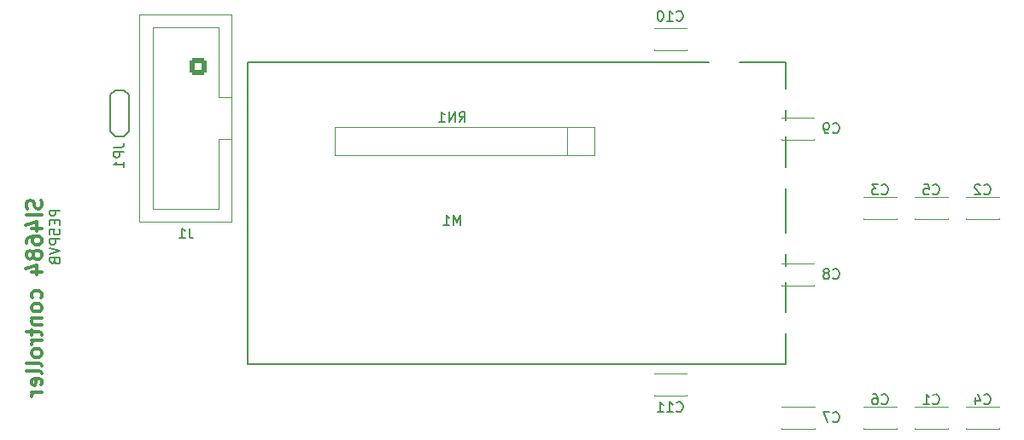
<source format=gbr>
%TF.GenerationSoftware,KiCad,Pcbnew,7.0.9*%
%TF.CreationDate,2024-03-08T21:06:40+01:00*%
%TF.ProjectId,SI4684 controller,53493436-3834-4206-936f-6e74726f6c6c,rev?*%
%TF.SameCoordinates,Original*%
%TF.FileFunction,Legend,Bot*%
%TF.FilePolarity,Positive*%
%FSLAX46Y46*%
G04 Gerber Fmt 4.6, Leading zero omitted, Abs format (unit mm)*
G04 Created by KiCad (PCBNEW 7.0.9) date 2024-03-08 21:06:40*
%MOMM*%
%LPD*%
G01*
G04 APERTURE LIST*
G04 Aperture macros list*
%AMRoundRect*
0 Rectangle with rounded corners*
0 $1 Rounding radius*
0 $2 $3 $4 $5 $6 $7 $8 $9 X,Y pos of 4 corners*
0 Add a 4 corners polygon primitive as box body*
4,1,4,$2,$3,$4,$5,$6,$7,$8,$9,$2,$3,0*
0 Add four circle primitives for the rounded corners*
1,1,$1+$1,$2,$3*
1,1,$1+$1,$4,$5*
1,1,$1+$1,$6,$7*
1,1,$1+$1,$8,$9*
0 Add four rect primitives between the rounded corners*
20,1,$1+$1,$2,$3,$4,$5,0*
20,1,$1+$1,$4,$5,$6,$7,0*
20,1,$1+$1,$6,$7,$8,$9,0*
20,1,$1+$1,$8,$9,$2,$3,0*%
G04 Aperture macros list end*
%ADD10C,0.300000*%
%ADD11C,0.150000*%
%ADD12C,0.120000*%
%ADD13C,4.000000*%
%ADD14R,1.500000X1.500000*%
%ADD15C,1.500000*%
%ADD16R,2.000000X2.000000*%
%ADD17C,2.000000*%
%ADD18R,2.000000X3.200000*%
%ADD19RoundRect,0.250000X0.600000X0.600000X-0.600000X0.600000X-0.600000X-0.600000X0.600000X-0.600000X0*%
%ADD20C,1.700000*%
%ADD21C,1.400000*%
%ADD22O,1.524000X2.540000*%
%ADD23C,1.600000*%
%ADD24R,1.600000X1.600000*%
%ADD25O,1.600000X1.600000*%
G04 APERTURE END LIST*
D10*
X109356900Y-105401854D02*
X109428328Y-105616140D01*
X109428328Y-105616140D02*
X109428328Y-105973282D01*
X109428328Y-105973282D02*
X109356900Y-106116140D01*
X109356900Y-106116140D02*
X109285471Y-106187568D01*
X109285471Y-106187568D02*
X109142614Y-106258997D01*
X109142614Y-106258997D02*
X108999757Y-106258997D01*
X108999757Y-106258997D02*
X108856900Y-106187568D01*
X108856900Y-106187568D02*
X108785471Y-106116140D01*
X108785471Y-106116140D02*
X108714042Y-105973282D01*
X108714042Y-105973282D02*
X108642614Y-105687568D01*
X108642614Y-105687568D02*
X108571185Y-105544711D01*
X108571185Y-105544711D02*
X108499757Y-105473282D01*
X108499757Y-105473282D02*
X108356900Y-105401854D01*
X108356900Y-105401854D02*
X108214042Y-105401854D01*
X108214042Y-105401854D02*
X108071185Y-105473282D01*
X108071185Y-105473282D02*
X107999757Y-105544711D01*
X107999757Y-105544711D02*
X107928328Y-105687568D01*
X107928328Y-105687568D02*
X107928328Y-106044711D01*
X107928328Y-106044711D02*
X107999757Y-106258997D01*
X109428328Y-106901853D02*
X107928328Y-106901853D01*
X108428328Y-108258997D02*
X109428328Y-108258997D01*
X107856900Y-107901854D02*
X108928328Y-107544711D01*
X108928328Y-107544711D02*
X108928328Y-108473282D01*
X107928328Y-109687568D02*
X107928328Y-109401853D01*
X107928328Y-109401853D02*
X107999757Y-109258996D01*
X107999757Y-109258996D02*
X108071185Y-109187568D01*
X108071185Y-109187568D02*
X108285471Y-109044710D01*
X108285471Y-109044710D02*
X108571185Y-108973282D01*
X108571185Y-108973282D02*
X109142614Y-108973282D01*
X109142614Y-108973282D02*
X109285471Y-109044710D01*
X109285471Y-109044710D02*
X109356900Y-109116139D01*
X109356900Y-109116139D02*
X109428328Y-109258996D01*
X109428328Y-109258996D02*
X109428328Y-109544710D01*
X109428328Y-109544710D02*
X109356900Y-109687568D01*
X109356900Y-109687568D02*
X109285471Y-109758996D01*
X109285471Y-109758996D02*
X109142614Y-109830425D01*
X109142614Y-109830425D02*
X108785471Y-109830425D01*
X108785471Y-109830425D02*
X108642614Y-109758996D01*
X108642614Y-109758996D02*
X108571185Y-109687568D01*
X108571185Y-109687568D02*
X108499757Y-109544710D01*
X108499757Y-109544710D02*
X108499757Y-109258996D01*
X108499757Y-109258996D02*
X108571185Y-109116139D01*
X108571185Y-109116139D02*
X108642614Y-109044710D01*
X108642614Y-109044710D02*
X108785471Y-108973282D01*
X108571185Y-110687567D02*
X108499757Y-110544710D01*
X108499757Y-110544710D02*
X108428328Y-110473281D01*
X108428328Y-110473281D02*
X108285471Y-110401853D01*
X108285471Y-110401853D02*
X108214042Y-110401853D01*
X108214042Y-110401853D02*
X108071185Y-110473281D01*
X108071185Y-110473281D02*
X107999757Y-110544710D01*
X107999757Y-110544710D02*
X107928328Y-110687567D01*
X107928328Y-110687567D02*
X107928328Y-110973281D01*
X107928328Y-110973281D02*
X107999757Y-111116139D01*
X107999757Y-111116139D02*
X108071185Y-111187567D01*
X108071185Y-111187567D02*
X108214042Y-111258996D01*
X108214042Y-111258996D02*
X108285471Y-111258996D01*
X108285471Y-111258996D02*
X108428328Y-111187567D01*
X108428328Y-111187567D02*
X108499757Y-111116139D01*
X108499757Y-111116139D02*
X108571185Y-110973281D01*
X108571185Y-110973281D02*
X108571185Y-110687567D01*
X108571185Y-110687567D02*
X108642614Y-110544710D01*
X108642614Y-110544710D02*
X108714042Y-110473281D01*
X108714042Y-110473281D02*
X108856900Y-110401853D01*
X108856900Y-110401853D02*
X109142614Y-110401853D01*
X109142614Y-110401853D02*
X109285471Y-110473281D01*
X109285471Y-110473281D02*
X109356900Y-110544710D01*
X109356900Y-110544710D02*
X109428328Y-110687567D01*
X109428328Y-110687567D02*
X109428328Y-110973281D01*
X109428328Y-110973281D02*
X109356900Y-111116139D01*
X109356900Y-111116139D02*
X109285471Y-111187567D01*
X109285471Y-111187567D02*
X109142614Y-111258996D01*
X109142614Y-111258996D02*
X108856900Y-111258996D01*
X108856900Y-111258996D02*
X108714042Y-111187567D01*
X108714042Y-111187567D02*
X108642614Y-111116139D01*
X108642614Y-111116139D02*
X108571185Y-110973281D01*
X108428328Y-112544710D02*
X109428328Y-112544710D01*
X107856900Y-112187567D02*
X108928328Y-111830424D01*
X108928328Y-111830424D02*
X108928328Y-112758995D01*
X109356900Y-115116138D02*
X109428328Y-114973280D01*
X109428328Y-114973280D02*
X109428328Y-114687566D01*
X109428328Y-114687566D02*
X109356900Y-114544709D01*
X109356900Y-114544709D02*
X109285471Y-114473280D01*
X109285471Y-114473280D02*
X109142614Y-114401852D01*
X109142614Y-114401852D02*
X108714042Y-114401852D01*
X108714042Y-114401852D02*
X108571185Y-114473280D01*
X108571185Y-114473280D02*
X108499757Y-114544709D01*
X108499757Y-114544709D02*
X108428328Y-114687566D01*
X108428328Y-114687566D02*
X108428328Y-114973280D01*
X108428328Y-114973280D02*
X108499757Y-115116138D01*
X109428328Y-115973280D02*
X109356900Y-115830423D01*
X109356900Y-115830423D02*
X109285471Y-115758994D01*
X109285471Y-115758994D02*
X109142614Y-115687566D01*
X109142614Y-115687566D02*
X108714042Y-115687566D01*
X108714042Y-115687566D02*
X108571185Y-115758994D01*
X108571185Y-115758994D02*
X108499757Y-115830423D01*
X108499757Y-115830423D02*
X108428328Y-115973280D01*
X108428328Y-115973280D02*
X108428328Y-116187566D01*
X108428328Y-116187566D02*
X108499757Y-116330423D01*
X108499757Y-116330423D02*
X108571185Y-116401852D01*
X108571185Y-116401852D02*
X108714042Y-116473280D01*
X108714042Y-116473280D02*
X109142614Y-116473280D01*
X109142614Y-116473280D02*
X109285471Y-116401852D01*
X109285471Y-116401852D02*
X109356900Y-116330423D01*
X109356900Y-116330423D02*
X109428328Y-116187566D01*
X109428328Y-116187566D02*
X109428328Y-115973280D01*
X108428328Y-117116137D02*
X109428328Y-117116137D01*
X108571185Y-117116137D02*
X108499757Y-117187566D01*
X108499757Y-117187566D02*
X108428328Y-117330423D01*
X108428328Y-117330423D02*
X108428328Y-117544709D01*
X108428328Y-117544709D02*
X108499757Y-117687566D01*
X108499757Y-117687566D02*
X108642614Y-117758995D01*
X108642614Y-117758995D02*
X109428328Y-117758995D01*
X108428328Y-118258995D02*
X108428328Y-118830423D01*
X107928328Y-118473280D02*
X109214042Y-118473280D01*
X109214042Y-118473280D02*
X109356900Y-118544709D01*
X109356900Y-118544709D02*
X109428328Y-118687566D01*
X109428328Y-118687566D02*
X109428328Y-118830423D01*
X109428328Y-119330423D02*
X108428328Y-119330423D01*
X108714042Y-119330423D02*
X108571185Y-119401852D01*
X108571185Y-119401852D02*
X108499757Y-119473281D01*
X108499757Y-119473281D02*
X108428328Y-119616138D01*
X108428328Y-119616138D02*
X108428328Y-119758995D01*
X109428328Y-120473280D02*
X109356900Y-120330423D01*
X109356900Y-120330423D02*
X109285471Y-120258994D01*
X109285471Y-120258994D02*
X109142614Y-120187566D01*
X109142614Y-120187566D02*
X108714042Y-120187566D01*
X108714042Y-120187566D02*
X108571185Y-120258994D01*
X108571185Y-120258994D02*
X108499757Y-120330423D01*
X108499757Y-120330423D02*
X108428328Y-120473280D01*
X108428328Y-120473280D02*
X108428328Y-120687566D01*
X108428328Y-120687566D02*
X108499757Y-120830423D01*
X108499757Y-120830423D02*
X108571185Y-120901852D01*
X108571185Y-120901852D02*
X108714042Y-120973280D01*
X108714042Y-120973280D02*
X109142614Y-120973280D01*
X109142614Y-120973280D02*
X109285471Y-120901852D01*
X109285471Y-120901852D02*
X109356900Y-120830423D01*
X109356900Y-120830423D02*
X109428328Y-120687566D01*
X109428328Y-120687566D02*
X109428328Y-120473280D01*
X109428328Y-121830423D02*
X109356900Y-121687566D01*
X109356900Y-121687566D02*
X109214042Y-121616137D01*
X109214042Y-121616137D02*
X107928328Y-121616137D01*
X109428328Y-122616137D02*
X109356900Y-122473280D01*
X109356900Y-122473280D02*
X109214042Y-122401851D01*
X109214042Y-122401851D02*
X107928328Y-122401851D01*
X109356900Y-123758994D02*
X109428328Y-123616137D01*
X109428328Y-123616137D02*
X109428328Y-123330423D01*
X109428328Y-123330423D02*
X109356900Y-123187565D01*
X109356900Y-123187565D02*
X109214042Y-123116137D01*
X109214042Y-123116137D02*
X108642614Y-123116137D01*
X108642614Y-123116137D02*
X108499757Y-123187565D01*
X108499757Y-123187565D02*
X108428328Y-123330423D01*
X108428328Y-123330423D02*
X108428328Y-123616137D01*
X108428328Y-123616137D02*
X108499757Y-123758994D01*
X108499757Y-123758994D02*
X108642614Y-123830423D01*
X108642614Y-123830423D02*
X108785471Y-123830423D01*
X108785471Y-123830423D02*
X108928328Y-123116137D01*
X109428328Y-124473279D02*
X108428328Y-124473279D01*
X108714042Y-124473279D02*
X108571185Y-124544708D01*
X108571185Y-124544708D02*
X108499757Y-124616137D01*
X108499757Y-124616137D02*
X108428328Y-124758994D01*
X108428328Y-124758994D02*
X108428328Y-124901851D01*
D11*
X111236819Y-106416176D02*
X110236819Y-106416176D01*
X110236819Y-106416176D02*
X110236819Y-106797128D01*
X110236819Y-106797128D02*
X110284438Y-106892366D01*
X110284438Y-106892366D02*
X110332057Y-106939985D01*
X110332057Y-106939985D02*
X110427295Y-106987604D01*
X110427295Y-106987604D02*
X110570152Y-106987604D01*
X110570152Y-106987604D02*
X110665390Y-106939985D01*
X110665390Y-106939985D02*
X110713009Y-106892366D01*
X110713009Y-106892366D02*
X110760628Y-106797128D01*
X110760628Y-106797128D02*
X110760628Y-106416176D01*
X110713009Y-107416176D02*
X110713009Y-107749509D01*
X111236819Y-107892366D02*
X111236819Y-107416176D01*
X111236819Y-107416176D02*
X110236819Y-107416176D01*
X110236819Y-107416176D02*
X110236819Y-107892366D01*
X110236819Y-108797128D02*
X110236819Y-108320938D01*
X110236819Y-108320938D02*
X110713009Y-108273319D01*
X110713009Y-108273319D02*
X110665390Y-108320938D01*
X110665390Y-108320938D02*
X110617771Y-108416176D01*
X110617771Y-108416176D02*
X110617771Y-108654271D01*
X110617771Y-108654271D02*
X110665390Y-108749509D01*
X110665390Y-108749509D02*
X110713009Y-108797128D01*
X110713009Y-108797128D02*
X110808247Y-108844747D01*
X110808247Y-108844747D02*
X111046342Y-108844747D01*
X111046342Y-108844747D02*
X111141580Y-108797128D01*
X111141580Y-108797128D02*
X111189200Y-108749509D01*
X111189200Y-108749509D02*
X111236819Y-108654271D01*
X111236819Y-108654271D02*
X111236819Y-108416176D01*
X111236819Y-108416176D02*
X111189200Y-108320938D01*
X111189200Y-108320938D02*
X111141580Y-108273319D01*
X111236819Y-109273319D02*
X110236819Y-109273319D01*
X110236819Y-109273319D02*
X110236819Y-109654271D01*
X110236819Y-109654271D02*
X110284438Y-109749509D01*
X110284438Y-109749509D02*
X110332057Y-109797128D01*
X110332057Y-109797128D02*
X110427295Y-109844747D01*
X110427295Y-109844747D02*
X110570152Y-109844747D01*
X110570152Y-109844747D02*
X110665390Y-109797128D01*
X110665390Y-109797128D02*
X110713009Y-109749509D01*
X110713009Y-109749509D02*
X110760628Y-109654271D01*
X110760628Y-109654271D02*
X110760628Y-109273319D01*
X110236819Y-110130462D02*
X111236819Y-110463795D01*
X111236819Y-110463795D02*
X110236819Y-110797128D01*
X110713009Y-111463795D02*
X110760628Y-111606652D01*
X110760628Y-111606652D02*
X110808247Y-111654271D01*
X110808247Y-111654271D02*
X110903485Y-111701890D01*
X110903485Y-111701890D02*
X111046342Y-111701890D01*
X111046342Y-111701890D02*
X111141580Y-111654271D01*
X111141580Y-111654271D02*
X111189200Y-111606652D01*
X111189200Y-111606652D02*
X111236819Y-111511414D01*
X111236819Y-111511414D02*
X111236819Y-111130462D01*
X111236819Y-111130462D02*
X110236819Y-111130462D01*
X110236819Y-111130462D02*
X110236819Y-111463795D01*
X110236819Y-111463795D02*
X110284438Y-111559033D01*
X110284438Y-111559033D02*
X110332057Y-111606652D01*
X110332057Y-111606652D02*
X110427295Y-111654271D01*
X110427295Y-111654271D02*
X110522533Y-111654271D01*
X110522533Y-111654271D02*
X110617771Y-111606652D01*
X110617771Y-111606652D02*
X110665390Y-111559033D01*
X110665390Y-111559033D02*
X110713009Y-111463795D01*
X110713009Y-111463795D02*
X110713009Y-111130462D01*
X124069333Y-108185243D02*
X124069333Y-108899528D01*
X124069333Y-108899528D02*
X124116952Y-109042385D01*
X124116952Y-109042385D02*
X124212190Y-109137624D01*
X124212190Y-109137624D02*
X124355047Y-109185243D01*
X124355047Y-109185243D02*
X124450285Y-109185243D01*
X123069333Y-109185243D02*
X123640761Y-109185243D01*
X123355047Y-109185243D02*
X123355047Y-108185243D01*
X123355047Y-108185243D02*
X123450285Y-108328100D01*
X123450285Y-108328100D02*
X123545523Y-108423338D01*
X123545523Y-108423338D02*
X123640761Y-108470957D01*
X116586819Y-100150090D02*
X117301104Y-100150090D01*
X117301104Y-100150090D02*
X117443961Y-100102471D01*
X117443961Y-100102471D02*
X117539200Y-100007233D01*
X117539200Y-100007233D02*
X117586819Y-99864376D01*
X117586819Y-99864376D02*
X117586819Y-99769138D01*
X117586819Y-100626281D02*
X116586819Y-100626281D01*
X116586819Y-100626281D02*
X116586819Y-101007233D01*
X116586819Y-101007233D02*
X116634438Y-101102471D01*
X116634438Y-101102471D02*
X116682057Y-101150090D01*
X116682057Y-101150090D02*
X116777295Y-101197709D01*
X116777295Y-101197709D02*
X116920152Y-101197709D01*
X116920152Y-101197709D02*
X117015390Y-101150090D01*
X117015390Y-101150090D02*
X117063009Y-101102471D01*
X117063009Y-101102471D02*
X117110628Y-101007233D01*
X117110628Y-101007233D02*
X117110628Y-100626281D01*
X117586819Y-102150090D02*
X117586819Y-101578662D01*
X117586819Y-101864376D02*
X116586819Y-101864376D01*
X116586819Y-101864376D02*
X116729676Y-101769138D01*
X116729676Y-101769138D02*
X116824914Y-101673900D01*
X116824914Y-101673900D02*
X116872533Y-101578662D01*
X150923523Y-107896819D02*
X150923523Y-106896819D01*
X150923523Y-106896819D02*
X150590190Y-107611104D01*
X150590190Y-107611104D02*
X150256857Y-106896819D01*
X150256857Y-106896819D02*
X150256857Y-107896819D01*
X149256857Y-107896819D02*
X149828285Y-107896819D01*
X149542571Y-107896819D02*
X149542571Y-106896819D01*
X149542571Y-106896819D02*
X149637809Y-107039676D01*
X149637809Y-107039676D02*
X149733047Y-107134914D01*
X149733047Y-107134914D02*
X149828285Y-107182533D01*
X202858666Y-125581580D02*
X202906285Y-125629200D01*
X202906285Y-125629200D02*
X203049142Y-125676819D01*
X203049142Y-125676819D02*
X203144380Y-125676819D01*
X203144380Y-125676819D02*
X203287237Y-125629200D01*
X203287237Y-125629200D02*
X203382475Y-125533961D01*
X203382475Y-125533961D02*
X203430094Y-125438723D01*
X203430094Y-125438723D02*
X203477713Y-125248247D01*
X203477713Y-125248247D02*
X203477713Y-125105390D01*
X203477713Y-125105390D02*
X203430094Y-124914914D01*
X203430094Y-124914914D02*
X203382475Y-124819676D01*
X203382475Y-124819676D02*
X203287237Y-124724438D01*
X203287237Y-124724438D02*
X203144380Y-124676819D01*
X203144380Y-124676819D02*
X203049142Y-124676819D01*
X203049142Y-124676819D02*
X202906285Y-124724438D01*
X202906285Y-124724438D02*
X202858666Y-124772057D01*
X202001523Y-125010152D02*
X202001523Y-125676819D01*
X202239618Y-124629200D02*
X202477713Y-125343485D01*
X202477713Y-125343485D02*
X201858666Y-125343485D01*
X187872666Y-127359580D02*
X187920285Y-127407200D01*
X187920285Y-127407200D02*
X188063142Y-127454819D01*
X188063142Y-127454819D02*
X188158380Y-127454819D01*
X188158380Y-127454819D02*
X188301237Y-127407200D01*
X188301237Y-127407200D02*
X188396475Y-127311961D01*
X188396475Y-127311961D02*
X188444094Y-127216723D01*
X188444094Y-127216723D02*
X188491713Y-127026247D01*
X188491713Y-127026247D02*
X188491713Y-126883390D01*
X188491713Y-126883390D02*
X188444094Y-126692914D01*
X188444094Y-126692914D02*
X188396475Y-126597676D01*
X188396475Y-126597676D02*
X188301237Y-126502438D01*
X188301237Y-126502438D02*
X188158380Y-126454819D01*
X188158380Y-126454819D02*
X188063142Y-126454819D01*
X188063142Y-126454819D02*
X187920285Y-126502438D01*
X187920285Y-126502438D02*
X187872666Y-126550057D01*
X187539332Y-126454819D02*
X186872666Y-126454819D01*
X186872666Y-126454819D02*
X187301237Y-127454819D01*
X172366857Y-126343580D02*
X172414476Y-126391200D01*
X172414476Y-126391200D02*
X172557333Y-126438819D01*
X172557333Y-126438819D02*
X172652571Y-126438819D01*
X172652571Y-126438819D02*
X172795428Y-126391200D01*
X172795428Y-126391200D02*
X172890666Y-126295961D01*
X172890666Y-126295961D02*
X172938285Y-126200723D01*
X172938285Y-126200723D02*
X172985904Y-126010247D01*
X172985904Y-126010247D02*
X172985904Y-125867390D01*
X172985904Y-125867390D02*
X172938285Y-125676914D01*
X172938285Y-125676914D02*
X172890666Y-125581676D01*
X172890666Y-125581676D02*
X172795428Y-125486438D01*
X172795428Y-125486438D02*
X172652571Y-125438819D01*
X172652571Y-125438819D02*
X172557333Y-125438819D01*
X172557333Y-125438819D02*
X172414476Y-125486438D01*
X172414476Y-125486438D02*
X172366857Y-125534057D01*
X171414476Y-126438819D02*
X171985904Y-126438819D01*
X171700190Y-126438819D02*
X171700190Y-125438819D01*
X171700190Y-125438819D02*
X171795428Y-125581676D01*
X171795428Y-125581676D02*
X171890666Y-125676914D01*
X171890666Y-125676914D02*
X171985904Y-125724533D01*
X170462095Y-126438819D02*
X171033523Y-126438819D01*
X170747809Y-126438819D02*
X170747809Y-125438819D01*
X170747809Y-125438819D02*
X170843047Y-125581676D01*
X170843047Y-125581676D02*
X170938285Y-125676914D01*
X170938285Y-125676914D02*
X171033523Y-125724533D01*
X197778666Y-125581580D02*
X197826285Y-125629200D01*
X197826285Y-125629200D02*
X197969142Y-125676819D01*
X197969142Y-125676819D02*
X198064380Y-125676819D01*
X198064380Y-125676819D02*
X198207237Y-125629200D01*
X198207237Y-125629200D02*
X198302475Y-125533961D01*
X198302475Y-125533961D02*
X198350094Y-125438723D01*
X198350094Y-125438723D02*
X198397713Y-125248247D01*
X198397713Y-125248247D02*
X198397713Y-125105390D01*
X198397713Y-125105390D02*
X198350094Y-124914914D01*
X198350094Y-124914914D02*
X198302475Y-124819676D01*
X198302475Y-124819676D02*
X198207237Y-124724438D01*
X198207237Y-124724438D02*
X198064380Y-124676819D01*
X198064380Y-124676819D02*
X197969142Y-124676819D01*
X197969142Y-124676819D02*
X197826285Y-124724438D01*
X197826285Y-124724438D02*
X197778666Y-124772057D01*
X196826285Y-125676819D02*
X197397713Y-125676819D01*
X197111999Y-125676819D02*
X197111999Y-124676819D01*
X197111999Y-124676819D02*
X197207237Y-124819676D01*
X197207237Y-124819676D02*
X197302475Y-124914914D01*
X197302475Y-124914914D02*
X197397713Y-124962533D01*
X202858666Y-104753580D02*
X202906285Y-104801200D01*
X202906285Y-104801200D02*
X203049142Y-104848819D01*
X203049142Y-104848819D02*
X203144380Y-104848819D01*
X203144380Y-104848819D02*
X203287237Y-104801200D01*
X203287237Y-104801200D02*
X203382475Y-104705961D01*
X203382475Y-104705961D02*
X203430094Y-104610723D01*
X203430094Y-104610723D02*
X203477713Y-104420247D01*
X203477713Y-104420247D02*
X203477713Y-104277390D01*
X203477713Y-104277390D02*
X203430094Y-104086914D01*
X203430094Y-104086914D02*
X203382475Y-103991676D01*
X203382475Y-103991676D02*
X203287237Y-103896438D01*
X203287237Y-103896438D02*
X203144380Y-103848819D01*
X203144380Y-103848819D02*
X203049142Y-103848819D01*
X203049142Y-103848819D02*
X202906285Y-103896438D01*
X202906285Y-103896438D02*
X202858666Y-103944057D01*
X202477713Y-103944057D02*
X202430094Y-103896438D01*
X202430094Y-103896438D02*
X202334856Y-103848819D01*
X202334856Y-103848819D02*
X202096761Y-103848819D01*
X202096761Y-103848819D02*
X202001523Y-103896438D01*
X202001523Y-103896438D02*
X201953904Y-103944057D01*
X201953904Y-103944057D02*
X201906285Y-104039295D01*
X201906285Y-104039295D02*
X201906285Y-104134533D01*
X201906285Y-104134533D02*
X201953904Y-104277390D01*
X201953904Y-104277390D02*
X202525332Y-104848819D01*
X202525332Y-104848819D02*
X201906285Y-104848819D01*
X197778666Y-104753580D02*
X197826285Y-104801200D01*
X197826285Y-104801200D02*
X197969142Y-104848819D01*
X197969142Y-104848819D02*
X198064380Y-104848819D01*
X198064380Y-104848819D02*
X198207237Y-104801200D01*
X198207237Y-104801200D02*
X198302475Y-104705961D01*
X198302475Y-104705961D02*
X198350094Y-104610723D01*
X198350094Y-104610723D02*
X198397713Y-104420247D01*
X198397713Y-104420247D02*
X198397713Y-104277390D01*
X198397713Y-104277390D02*
X198350094Y-104086914D01*
X198350094Y-104086914D02*
X198302475Y-103991676D01*
X198302475Y-103991676D02*
X198207237Y-103896438D01*
X198207237Y-103896438D02*
X198064380Y-103848819D01*
X198064380Y-103848819D02*
X197969142Y-103848819D01*
X197969142Y-103848819D02*
X197826285Y-103896438D01*
X197826285Y-103896438D02*
X197778666Y-103944057D01*
X196873904Y-103848819D02*
X197350094Y-103848819D01*
X197350094Y-103848819D02*
X197397713Y-104325009D01*
X197397713Y-104325009D02*
X197350094Y-104277390D01*
X197350094Y-104277390D02*
X197254856Y-104229771D01*
X197254856Y-104229771D02*
X197016761Y-104229771D01*
X197016761Y-104229771D02*
X196921523Y-104277390D01*
X196921523Y-104277390D02*
X196873904Y-104325009D01*
X196873904Y-104325009D02*
X196826285Y-104420247D01*
X196826285Y-104420247D02*
X196826285Y-104658342D01*
X196826285Y-104658342D02*
X196873904Y-104753580D01*
X196873904Y-104753580D02*
X196921523Y-104801200D01*
X196921523Y-104801200D02*
X197016761Y-104848819D01*
X197016761Y-104848819D02*
X197254856Y-104848819D01*
X197254856Y-104848819D02*
X197350094Y-104801200D01*
X197350094Y-104801200D02*
X197397713Y-104753580D01*
X192698666Y-125581580D02*
X192746285Y-125629200D01*
X192746285Y-125629200D02*
X192889142Y-125676819D01*
X192889142Y-125676819D02*
X192984380Y-125676819D01*
X192984380Y-125676819D02*
X193127237Y-125629200D01*
X193127237Y-125629200D02*
X193222475Y-125533961D01*
X193222475Y-125533961D02*
X193270094Y-125438723D01*
X193270094Y-125438723D02*
X193317713Y-125248247D01*
X193317713Y-125248247D02*
X193317713Y-125105390D01*
X193317713Y-125105390D02*
X193270094Y-124914914D01*
X193270094Y-124914914D02*
X193222475Y-124819676D01*
X193222475Y-124819676D02*
X193127237Y-124724438D01*
X193127237Y-124724438D02*
X192984380Y-124676819D01*
X192984380Y-124676819D02*
X192889142Y-124676819D01*
X192889142Y-124676819D02*
X192746285Y-124724438D01*
X192746285Y-124724438D02*
X192698666Y-124772057D01*
X191841523Y-124676819D02*
X192031999Y-124676819D01*
X192031999Y-124676819D02*
X192127237Y-124724438D01*
X192127237Y-124724438D02*
X192174856Y-124772057D01*
X192174856Y-124772057D02*
X192270094Y-124914914D01*
X192270094Y-124914914D02*
X192317713Y-125105390D01*
X192317713Y-125105390D02*
X192317713Y-125486342D01*
X192317713Y-125486342D02*
X192270094Y-125581580D01*
X192270094Y-125581580D02*
X192222475Y-125629200D01*
X192222475Y-125629200D02*
X192127237Y-125676819D01*
X192127237Y-125676819D02*
X191936761Y-125676819D01*
X191936761Y-125676819D02*
X191841523Y-125629200D01*
X191841523Y-125629200D02*
X191793904Y-125581580D01*
X191793904Y-125581580D02*
X191746285Y-125486342D01*
X191746285Y-125486342D02*
X191746285Y-125248247D01*
X191746285Y-125248247D02*
X191793904Y-125153009D01*
X191793904Y-125153009D02*
X191841523Y-125105390D01*
X191841523Y-125105390D02*
X191936761Y-125057771D01*
X191936761Y-125057771D02*
X192127237Y-125057771D01*
X192127237Y-125057771D02*
X192222475Y-125105390D01*
X192222475Y-125105390D02*
X192270094Y-125153009D01*
X192270094Y-125153009D02*
X192317713Y-125248247D01*
X187872666Y-113135580D02*
X187920285Y-113183200D01*
X187920285Y-113183200D02*
X188063142Y-113230819D01*
X188063142Y-113230819D02*
X188158380Y-113230819D01*
X188158380Y-113230819D02*
X188301237Y-113183200D01*
X188301237Y-113183200D02*
X188396475Y-113087961D01*
X188396475Y-113087961D02*
X188444094Y-112992723D01*
X188444094Y-112992723D02*
X188491713Y-112802247D01*
X188491713Y-112802247D02*
X188491713Y-112659390D01*
X188491713Y-112659390D02*
X188444094Y-112468914D01*
X188444094Y-112468914D02*
X188396475Y-112373676D01*
X188396475Y-112373676D02*
X188301237Y-112278438D01*
X188301237Y-112278438D02*
X188158380Y-112230819D01*
X188158380Y-112230819D02*
X188063142Y-112230819D01*
X188063142Y-112230819D02*
X187920285Y-112278438D01*
X187920285Y-112278438D02*
X187872666Y-112326057D01*
X187301237Y-112659390D02*
X187396475Y-112611771D01*
X187396475Y-112611771D02*
X187444094Y-112564152D01*
X187444094Y-112564152D02*
X187491713Y-112468914D01*
X187491713Y-112468914D02*
X187491713Y-112421295D01*
X187491713Y-112421295D02*
X187444094Y-112326057D01*
X187444094Y-112326057D02*
X187396475Y-112278438D01*
X187396475Y-112278438D02*
X187301237Y-112230819D01*
X187301237Y-112230819D02*
X187110761Y-112230819D01*
X187110761Y-112230819D02*
X187015523Y-112278438D01*
X187015523Y-112278438D02*
X186967904Y-112326057D01*
X186967904Y-112326057D02*
X186920285Y-112421295D01*
X186920285Y-112421295D02*
X186920285Y-112468914D01*
X186920285Y-112468914D02*
X186967904Y-112564152D01*
X186967904Y-112564152D02*
X187015523Y-112611771D01*
X187015523Y-112611771D02*
X187110761Y-112659390D01*
X187110761Y-112659390D02*
X187301237Y-112659390D01*
X187301237Y-112659390D02*
X187396475Y-112707009D01*
X187396475Y-112707009D02*
X187444094Y-112754628D01*
X187444094Y-112754628D02*
X187491713Y-112849866D01*
X187491713Y-112849866D02*
X187491713Y-113040342D01*
X187491713Y-113040342D02*
X187444094Y-113135580D01*
X187444094Y-113135580D02*
X187396475Y-113183200D01*
X187396475Y-113183200D02*
X187301237Y-113230819D01*
X187301237Y-113230819D02*
X187110761Y-113230819D01*
X187110761Y-113230819D02*
X187015523Y-113183200D01*
X187015523Y-113183200D02*
X186967904Y-113135580D01*
X186967904Y-113135580D02*
X186920285Y-113040342D01*
X186920285Y-113040342D02*
X186920285Y-112849866D01*
X186920285Y-112849866D02*
X186967904Y-112754628D01*
X186967904Y-112754628D02*
X187015523Y-112707009D01*
X187015523Y-112707009D02*
X187110761Y-112659390D01*
X187872666Y-98657580D02*
X187920285Y-98705200D01*
X187920285Y-98705200D02*
X188063142Y-98752819D01*
X188063142Y-98752819D02*
X188158380Y-98752819D01*
X188158380Y-98752819D02*
X188301237Y-98705200D01*
X188301237Y-98705200D02*
X188396475Y-98609961D01*
X188396475Y-98609961D02*
X188444094Y-98514723D01*
X188444094Y-98514723D02*
X188491713Y-98324247D01*
X188491713Y-98324247D02*
X188491713Y-98181390D01*
X188491713Y-98181390D02*
X188444094Y-97990914D01*
X188444094Y-97990914D02*
X188396475Y-97895676D01*
X188396475Y-97895676D02*
X188301237Y-97800438D01*
X188301237Y-97800438D02*
X188158380Y-97752819D01*
X188158380Y-97752819D02*
X188063142Y-97752819D01*
X188063142Y-97752819D02*
X187920285Y-97800438D01*
X187920285Y-97800438D02*
X187872666Y-97848057D01*
X187396475Y-98752819D02*
X187205999Y-98752819D01*
X187205999Y-98752819D02*
X187110761Y-98705200D01*
X187110761Y-98705200D02*
X187063142Y-98657580D01*
X187063142Y-98657580D02*
X186967904Y-98514723D01*
X186967904Y-98514723D02*
X186920285Y-98324247D01*
X186920285Y-98324247D02*
X186920285Y-97943295D01*
X186920285Y-97943295D02*
X186967904Y-97848057D01*
X186967904Y-97848057D02*
X187015523Y-97800438D01*
X187015523Y-97800438D02*
X187110761Y-97752819D01*
X187110761Y-97752819D02*
X187301237Y-97752819D01*
X187301237Y-97752819D02*
X187396475Y-97800438D01*
X187396475Y-97800438D02*
X187444094Y-97848057D01*
X187444094Y-97848057D02*
X187491713Y-97943295D01*
X187491713Y-97943295D02*
X187491713Y-98181390D01*
X187491713Y-98181390D02*
X187444094Y-98276628D01*
X187444094Y-98276628D02*
X187396475Y-98324247D01*
X187396475Y-98324247D02*
X187301237Y-98371866D01*
X187301237Y-98371866D02*
X187110761Y-98371866D01*
X187110761Y-98371866D02*
X187015523Y-98324247D01*
X187015523Y-98324247D02*
X186967904Y-98276628D01*
X186967904Y-98276628D02*
X186920285Y-98181390D01*
X150804476Y-97622819D02*
X151137809Y-97146628D01*
X151375904Y-97622819D02*
X151375904Y-96622819D01*
X151375904Y-96622819D02*
X150994952Y-96622819D01*
X150994952Y-96622819D02*
X150899714Y-96670438D01*
X150899714Y-96670438D02*
X150852095Y-96718057D01*
X150852095Y-96718057D02*
X150804476Y-96813295D01*
X150804476Y-96813295D02*
X150804476Y-96956152D01*
X150804476Y-96956152D02*
X150852095Y-97051390D01*
X150852095Y-97051390D02*
X150899714Y-97099009D01*
X150899714Y-97099009D02*
X150994952Y-97146628D01*
X150994952Y-97146628D02*
X151375904Y-97146628D01*
X150375904Y-97622819D02*
X150375904Y-96622819D01*
X150375904Y-96622819D02*
X149804476Y-97622819D01*
X149804476Y-97622819D02*
X149804476Y-96622819D01*
X148804476Y-97622819D02*
X149375904Y-97622819D01*
X149090190Y-97622819D02*
X149090190Y-96622819D01*
X149090190Y-96622819D02*
X149185428Y-96765676D01*
X149185428Y-96765676D02*
X149280666Y-96860914D01*
X149280666Y-96860914D02*
X149375904Y-96908533D01*
X172366857Y-87517580D02*
X172414476Y-87565200D01*
X172414476Y-87565200D02*
X172557333Y-87612819D01*
X172557333Y-87612819D02*
X172652571Y-87612819D01*
X172652571Y-87612819D02*
X172795428Y-87565200D01*
X172795428Y-87565200D02*
X172890666Y-87469961D01*
X172890666Y-87469961D02*
X172938285Y-87374723D01*
X172938285Y-87374723D02*
X172985904Y-87184247D01*
X172985904Y-87184247D02*
X172985904Y-87041390D01*
X172985904Y-87041390D02*
X172938285Y-86850914D01*
X172938285Y-86850914D02*
X172890666Y-86755676D01*
X172890666Y-86755676D02*
X172795428Y-86660438D01*
X172795428Y-86660438D02*
X172652571Y-86612819D01*
X172652571Y-86612819D02*
X172557333Y-86612819D01*
X172557333Y-86612819D02*
X172414476Y-86660438D01*
X172414476Y-86660438D02*
X172366857Y-86708057D01*
X171414476Y-87612819D02*
X171985904Y-87612819D01*
X171700190Y-87612819D02*
X171700190Y-86612819D01*
X171700190Y-86612819D02*
X171795428Y-86755676D01*
X171795428Y-86755676D02*
X171890666Y-86850914D01*
X171890666Y-86850914D02*
X171985904Y-86898533D01*
X170795428Y-86612819D02*
X170700190Y-86612819D01*
X170700190Y-86612819D02*
X170604952Y-86660438D01*
X170604952Y-86660438D02*
X170557333Y-86708057D01*
X170557333Y-86708057D02*
X170509714Y-86803295D01*
X170509714Y-86803295D02*
X170462095Y-86993771D01*
X170462095Y-86993771D02*
X170462095Y-87231866D01*
X170462095Y-87231866D02*
X170509714Y-87422342D01*
X170509714Y-87422342D02*
X170557333Y-87517580D01*
X170557333Y-87517580D02*
X170604952Y-87565200D01*
X170604952Y-87565200D02*
X170700190Y-87612819D01*
X170700190Y-87612819D02*
X170795428Y-87612819D01*
X170795428Y-87612819D02*
X170890666Y-87565200D01*
X170890666Y-87565200D02*
X170938285Y-87517580D01*
X170938285Y-87517580D02*
X170985904Y-87422342D01*
X170985904Y-87422342D02*
X171033523Y-87231866D01*
X171033523Y-87231866D02*
X171033523Y-86993771D01*
X171033523Y-86993771D02*
X170985904Y-86803295D01*
X170985904Y-86803295D02*
X170938285Y-86708057D01*
X170938285Y-86708057D02*
X170890666Y-86660438D01*
X170890666Y-86660438D02*
X170795428Y-86612819D01*
X192698666Y-104753580D02*
X192746285Y-104801200D01*
X192746285Y-104801200D02*
X192889142Y-104848819D01*
X192889142Y-104848819D02*
X192984380Y-104848819D01*
X192984380Y-104848819D02*
X193127237Y-104801200D01*
X193127237Y-104801200D02*
X193222475Y-104705961D01*
X193222475Y-104705961D02*
X193270094Y-104610723D01*
X193270094Y-104610723D02*
X193317713Y-104420247D01*
X193317713Y-104420247D02*
X193317713Y-104277390D01*
X193317713Y-104277390D02*
X193270094Y-104086914D01*
X193270094Y-104086914D02*
X193222475Y-103991676D01*
X193222475Y-103991676D02*
X193127237Y-103896438D01*
X193127237Y-103896438D02*
X192984380Y-103848819D01*
X192984380Y-103848819D02*
X192889142Y-103848819D01*
X192889142Y-103848819D02*
X192746285Y-103896438D01*
X192746285Y-103896438D02*
X192698666Y-103944057D01*
X192365332Y-103848819D02*
X191746285Y-103848819D01*
X191746285Y-103848819D02*
X192079618Y-104229771D01*
X192079618Y-104229771D02*
X191936761Y-104229771D01*
X191936761Y-104229771D02*
X191841523Y-104277390D01*
X191841523Y-104277390D02*
X191793904Y-104325009D01*
X191793904Y-104325009D02*
X191746285Y-104420247D01*
X191746285Y-104420247D02*
X191746285Y-104658342D01*
X191746285Y-104658342D02*
X191793904Y-104753580D01*
X191793904Y-104753580D02*
X191841523Y-104801200D01*
X191841523Y-104801200D02*
X191936761Y-104848819D01*
X191936761Y-104848819D02*
X192222475Y-104848819D01*
X192222475Y-104848819D02*
X192317713Y-104801200D01*
X192317713Y-104801200D02*
X192365332Y-104753580D01*
D12*
%TO.C,J1*%
X128245200Y-107539624D02*
X128245200Y-86959624D01*
X128245200Y-95199624D02*
X126935200Y-95199624D01*
X128245200Y-86959624D02*
X119125200Y-86959624D01*
X126935200Y-106239624D02*
X126935200Y-99299624D01*
X126935200Y-99299624D02*
X128245200Y-99299624D01*
X126935200Y-99299624D02*
X126935200Y-99299624D01*
X126935200Y-95199624D02*
X126935200Y-88259624D01*
X126935200Y-88259624D02*
X120435200Y-88259624D01*
X120435200Y-106239624D02*
X126935200Y-106239624D01*
X120435200Y-88259624D02*
X120435200Y-106239624D01*
X119125200Y-107539624D02*
X128245200Y-107539624D01*
X119125200Y-86959624D02*
X119125200Y-107539624D01*
D11*
%TO.C,JP1*%
X116732000Y-99072424D02*
X117532000Y-99072424D01*
X117532000Y-99072424D02*
X118032000Y-98572424D01*
X116232000Y-98572424D02*
X116732000Y-99072424D01*
X118032000Y-98572424D02*
X118032000Y-94972424D01*
X116232000Y-94972424D02*
X116232000Y-98572424D01*
X118032000Y-94972424D02*
X117532000Y-94472424D01*
X116732000Y-94472424D02*
X116232000Y-94972424D01*
X117532000Y-94472424D02*
X116732000Y-94472424D01*
%TO.C,M1*%
X183172000Y-91712424D02*
X183172000Y-121712424D01*
X129832000Y-91712424D02*
X183172000Y-91712424D01*
X129832000Y-91712424D02*
X129832000Y-121712424D01*
X183172000Y-121712424D02*
X129832000Y-121712424D01*
D12*
%TO.C,C4*%
X204312000Y-128120000D02*
X201072000Y-128120000D01*
X204312000Y-128055000D02*
X204312000Y-128120000D01*
X204312000Y-125880000D02*
X204312000Y-125945000D01*
X204312000Y-125880000D02*
X201072000Y-125880000D01*
X201072000Y-128055000D02*
X201072000Y-128120000D01*
X201072000Y-125880000D02*
X201072000Y-125945000D01*
%TO.C,C7*%
X186024000Y-128120000D02*
X182784000Y-128120000D01*
X186024000Y-128055000D02*
X186024000Y-128120000D01*
X186024000Y-125880000D02*
X186024000Y-125945000D01*
X186024000Y-125880000D02*
X182784000Y-125880000D01*
X182784000Y-128055000D02*
X182784000Y-128120000D01*
X182784000Y-125880000D02*
X182784000Y-125945000D01*
%TO.C,C11*%
X173344000Y-124818000D02*
X170104000Y-124818000D01*
X173344000Y-124753000D02*
X173344000Y-124818000D01*
X173344000Y-122578000D02*
X173344000Y-122643000D01*
X173344000Y-122578000D02*
X170104000Y-122578000D01*
X170104000Y-124753000D02*
X170104000Y-124818000D01*
X170104000Y-122578000D02*
X170104000Y-122643000D01*
%TO.C,C1*%
X199232000Y-128120000D02*
X195992000Y-128120000D01*
X199232000Y-128055000D02*
X199232000Y-128120000D01*
X199232000Y-125880000D02*
X199232000Y-125945000D01*
X199232000Y-125880000D02*
X195992000Y-125880000D01*
X195992000Y-128055000D02*
X195992000Y-128120000D01*
X195992000Y-125880000D02*
X195992000Y-125945000D01*
%TO.C,C2*%
X204312000Y-107292000D02*
X201072000Y-107292000D01*
X204312000Y-107227000D02*
X204312000Y-107292000D01*
X204312000Y-105052000D02*
X204312000Y-105117000D01*
X204312000Y-105052000D02*
X201072000Y-105052000D01*
X201072000Y-107227000D02*
X201072000Y-107292000D01*
X201072000Y-105052000D02*
X201072000Y-105117000D01*
%TO.C,C5*%
X199232000Y-107292000D02*
X195992000Y-107292000D01*
X199232000Y-107227000D02*
X199232000Y-107292000D01*
X199232000Y-105052000D02*
X199232000Y-105117000D01*
X199232000Y-105052000D02*
X195992000Y-105052000D01*
X195992000Y-107227000D02*
X195992000Y-107292000D01*
X195992000Y-105052000D02*
X195992000Y-105117000D01*
%TO.C,C6*%
X194152000Y-128120000D02*
X190912000Y-128120000D01*
X194152000Y-128055000D02*
X194152000Y-128120000D01*
X194152000Y-125880000D02*
X194152000Y-125945000D01*
X194152000Y-125880000D02*
X190912000Y-125880000D01*
X190912000Y-128055000D02*
X190912000Y-128120000D01*
X190912000Y-125880000D02*
X190912000Y-125945000D01*
%TO.C,C8*%
X186004000Y-113896000D02*
X182764000Y-113896000D01*
X186004000Y-113831000D02*
X186004000Y-113896000D01*
X186004000Y-111656000D02*
X186004000Y-111721000D01*
X186004000Y-111656000D02*
X182764000Y-111656000D01*
X182764000Y-113831000D02*
X182764000Y-113896000D01*
X182764000Y-111656000D02*
X182764000Y-111721000D01*
%TO.C,C9*%
X186004000Y-99418000D02*
X182764000Y-99418000D01*
X186004000Y-99353000D02*
X186004000Y-99418000D01*
X186004000Y-97178000D02*
X186004000Y-97243000D01*
X186004000Y-97178000D02*
X182764000Y-97178000D01*
X182764000Y-99353000D02*
X182764000Y-99418000D01*
X182764000Y-97178000D02*
X182764000Y-97243000D01*
%TO.C,RN1*%
X164254000Y-100968000D02*
X138514000Y-100968000D01*
X164254000Y-98168000D02*
X164254000Y-100968000D01*
X161544000Y-98168000D02*
X161544000Y-100968000D01*
X138514000Y-100968000D02*
X138514000Y-98168000D01*
X138514000Y-98168000D02*
X164254000Y-98168000D01*
%TO.C,C10*%
X173344000Y-90528000D02*
X170104000Y-90528000D01*
X173344000Y-90463000D02*
X173344000Y-90528000D01*
X173344000Y-88288000D02*
X173344000Y-88353000D01*
X173344000Y-88288000D02*
X170104000Y-88288000D01*
X170104000Y-90463000D02*
X170104000Y-90528000D01*
X170104000Y-88288000D02*
X170104000Y-88353000D01*
%TO.C,C3*%
X194152000Y-107292000D02*
X190912000Y-107292000D01*
X194152000Y-107227000D02*
X194152000Y-107292000D01*
X194152000Y-105052000D02*
X194152000Y-105117000D01*
X194152000Y-105052000D02*
X190912000Y-105052000D01*
X190912000Y-107227000D02*
X190912000Y-107292000D01*
X190912000Y-105052000D02*
X190912000Y-105117000D01*
%TD*%
%LPC*%
D13*
%TO.C,U1*%
X115862000Y-90378424D03*
X115862000Y-124478424D03*
X177062000Y-90378424D03*
X177062000Y-124478424D03*
D14*
X114362000Y-97268424D03*
D15*
X114362000Y-99808424D03*
X114362000Y-102348424D03*
X114362000Y-104888424D03*
X114362000Y-107428424D03*
X114362000Y-109968424D03*
X114362000Y-112508424D03*
X114362000Y-115048424D03*
X114362000Y-117588424D03*
X177882000Y-102348424D03*
X177882000Y-104888424D03*
X177882000Y-107428424D03*
X177882000Y-109968424D03*
X177882000Y-112508424D03*
%TD*%
D16*
%TO.C,SW1*%
X195140000Y-102748724D03*
D17*
X200140000Y-102748724D03*
X197640000Y-102748724D03*
D18*
X192040000Y-95248724D03*
X203240000Y-95248724D03*
D17*
X200140000Y-88248724D03*
X195140000Y-88248724D03*
%TD*%
%TO.C,SW3*%
X187617000Y-103269424D03*
X187617000Y-109769424D03*
X183117000Y-103269424D03*
X183117000Y-109769424D03*
%TD*%
%TO.C,SW2*%
X187617000Y-117620424D03*
X187617000Y-124120424D03*
X183117000Y-117620424D03*
X183117000Y-124120424D03*
%TD*%
%TO.C,SW4*%
X187617000Y-88918424D03*
X187617000Y-95418424D03*
X183117000Y-88918424D03*
X183117000Y-95418424D03*
%TD*%
D16*
%TO.C,SW5*%
X195140000Y-123738424D03*
D17*
X200140000Y-123738424D03*
X197640000Y-123738424D03*
D18*
X192040000Y-116238424D03*
X203240000Y-116238424D03*
D17*
X200140000Y-109238424D03*
X195140000Y-109238424D03*
%TD*%
D19*
%TO.C,J1*%
X124955200Y-92169624D03*
D20*
X122415200Y-92169624D03*
X124955200Y-94709624D03*
X122415200Y-94709624D03*
X124955200Y-97249624D03*
X122415200Y-97249624D03*
X124955200Y-99789624D03*
X122415200Y-99789624D03*
X124955200Y-102329624D03*
X122415200Y-102329624D03*
%TD*%
D21*
%TO.C,JP1*%
X117132000Y-98042424D03*
X117132000Y-95502424D03*
%TD*%
D22*
%TO.C,M1*%
X173012000Y-119398424D03*
X170472000Y-119398424D03*
X167932000Y-119398424D03*
X165392000Y-119398424D03*
X162852000Y-119398424D03*
X160312000Y-119398424D03*
X157772000Y-119398424D03*
X155232000Y-119398424D03*
X152692000Y-119398424D03*
X150152000Y-119398424D03*
X147612000Y-119398424D03*
X145072000Y-119398424D03*
X142532000Y-119398424D03*
X139992000Y-119398424D03*
X137452000Y-119398424D03*
X137452000Y-93998424D03*
X139992000Y-93998424D03*
X142532000Y-93998424D03*
X145072000Y-93998424D03*
X147612000Y-93998424D03*
X150152000Y-93998424D03*
X152692000Y-93998424D03*
X155232000Y-93998424D03*
X157772000Y-93998424D03*
X160312000Y-93998424D03*
X162852000Y-93998424D03*
X165392000Y-93998424D03*
X167932000Y-93998424D03*
X170472000Y-93998424D03*
X173012000Y-93998424D03*
%TD*%
D23*
%TO.C,C4*%
X203942000Y-127000000D03*
X201442000Y-127000000D03*
%TD*%
%TO.C,C7*%
X185654000Y-127000000D03*
X183154000Y-127000000D03*
%TD*%
%TO.C,C11*%
X172974000Y-123698000D03*
X170474000Y-123698000D03*
%TD*%
%TO.C,C1*%
X198862000Y-127000000D03*
X196362000Y-127000000D03*
%TD*%
%TO.C,C2*%
X203942000Y-106172000D03*
X201442000Y-106172000D03*
%TD*%
%TO.C,C5*%
X198862000Y-106172000D03*
X196362000Y-106172000D03*
%TD*%
%TO.C,C6*%
X193782000Y-127000000D03*
X191282000Y-127000000D03*
%TD*%
%TO.C,C8*%
X185634000Y-112776000D03*
X183134000Y-112776000D03*
%TD*%
%TO.C,C9*%
X185634000Y-98298000D03*
X183134000Y-98298000D03*
%TD*%
D24*
%TO.C,RN1*%
X162814000Y-99568000D03*
D25*
X160274000Y-99568000D03*
X157734000Y-99568000D03*
X155194000Y-99568000D03*
X152654000Y-99568000D03*
X150114000Y-99568000D03*
X147574000Y-99568000D03*
X145034000Y-99568000D03*
X142494000Y-99568000D03*
X139954000Y-99568000D03*
%TD*%
D23*
%TO.C,C10*%
X172974000Y-89408000D03*
X170474000Y-89408000D03*
%TD*%
%TO.C,C3*%
X193782000Y-106172000D03*
X191282000Y-106172000D03*
%TD*%
%LPD*%
M02*

</source>
